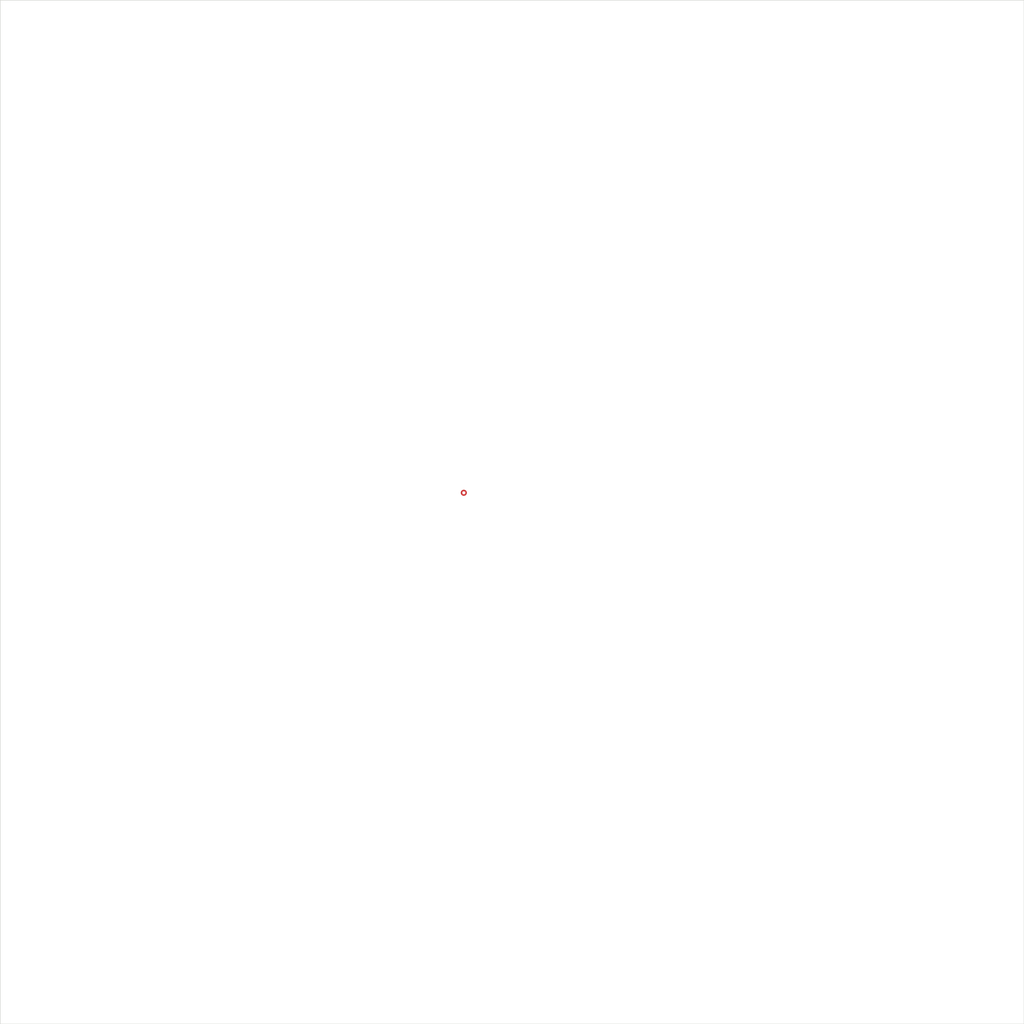
<source format=kicad_pcb>
(kicad_pcb
	(version 20241229)
	(generator "pcbnew")
	(generator_version "9.0")
	(general
		(thickness 1.6)
		(legacy_teardrops no)
	)
	(paper "A4")
	(layers
		(0 "F.Cu" signal)
		(4 "In1.Cu" signal)
		(6 "In2.Cu" signal)
		(2 "B.Cu" signal)
		(9 "F.Adhes" user "F.Adhesive")
		(11 "B.Adhes" user "B.Adhesive")
		(13 "F.Paste" user)
		(15 "B.Paste" user)
		(5 "F.SilkS" user "F.Silkscreen")
		(7 "B.SilkS" user "B.Silkscreen")
		(1 "F.Mask" user)
		(3 "B.Mask" user)
		(17 "Dwgs.User" user "User.Drawings")
		(19 "Cmts.User" user "User.Comments")
		(21 "Eco1.User" user "User.Eco1")
		(23 "Eco2.User" user "User.Eco2")
		(25 "Edge.Cuts" user)
		(27 "Margin" user)
		(31 "F.CrtYd" user "F.Courtyard")
		(29 "B.CrtYd" user "B.Courtyard")
		(35 "F.Fab" user)
		(33 "B.Fab" user)
		(39 "User.1" user)
		(41 "User.2" user)
		(43 "User.3" user)
		(45 "User.4" user)
	)
	(setup
		(stackup
			(layer "F.SilkS"
				(type "Top Silk Screen")
			)
			(layer "F.Paste"
				(type "Top Solder Paste")
			)
			(layer "F.Mask"
				(type "Top Solder Mask")
				(thickness 0.01)
			)
			(layer "F.Cu"
				(type "copper")
				(thickness 0.035)
			)
			(layer "dielectric 1"
				(type "prepreg")
				(thickness 0.1)
				(material "FR4")
				(epsilon_r 4.5)
				(loss_tangent 0.02)
			)
			(layer "In1.Cu"
				(type "copper")
				(thickness 0.035)
			)
			(layer "dielectric 2"
				(type "core")
				(thickness 1.24)
				(material "FR4")
				(epsilon_r 4.5)
				(loss_tangent 0.02)
			)
			(layer "In2.Cu"
				(type "copper")
				(thickness 0.035)
			)
			(layer "dielectric 3"
				(type "prepreg")
				(thickness 0.1)
				(material "FR4")
				(epsilon_r 4.5)
				(loss_tangent 0.02)
			)
			(layer "B.Cu"
				(type "copper")
				(thickness 0.035)
			)
			(layer "B.Mask"
				(type "Bottom Solder Mask")
				(thickness 0.01)
			)
			(layer "B.Paste"
				(type "Bottom Solder Paste")
			)
			(layer "B.SilkS"
				(type "Bottom Silk Screen")
			)
			(copper_finish "None")
			(dielectric_constraints no)
		)
		(pad_to_mask_clearance 0)
		(allow_soldermask_bridges_in_footprints no)
		(tenting front back)
		(pcbplotparams
			(layerselection 0x00000000_00000000_55555555_5755f5ff)
			(plot_on_all_layers_selection 0x00000000_00000000_00000000_00000000)
			(disableapertmacros no)
			(usegerberextensions no)
			(usegerberattributes yes)
			(usegerberadvancedattributes yes)
			(creategerberjobfile yes)
			(dashed_line_dash_ratio 12.000000)
			(dashed_line_gap_ratio 3.000000)
			(svgprecision 4)
			(plotframeref no)
			(mode 1)
			(useauxorigin no)
			(hpglpennumber 1)
			(hpglpenspeed 20)
			(hpglpendiameter 15.000000)
			(pdf_front_fp_property_popups yes)
			(pdf_back_fp_property_popups yes)
			(pdf_metadata yes)
			(pdf_single_document no)
			(dxfpolygonmode yes)
			(dxfimperialunits yes)
			(dxfusepcbnewfont yes)
			(psnegative no)
			(psa4output no)
			(plot_black_and_white yes)
			(plotinvisibletext no)
			(sketchpadsonfab no)
			(plotpadnumbers no)
			(hidednponfab no)
			(sketchdnponfab yes)
			(crossoutdnponfab yes)
			(subtractmaskfromsilk no)
			(outputformat 1)
			(mirror no)
			(drillshape 1)
			(scaleselection 1)
			(outputdirectory "")
		)
	)
	(net 0 "")
	(gr_rect
		(start 50 50)
		(end 150 150)
		(stroke
			(width 0.05)
			(type solid)
		)
		(fill no)
		(layer "Edge.Cuts")
		(uuid "44c37c46-cb21-4706-856e-41d3816d7ecc")
	)
	(via blind
		(at 95.28 98.11)
		(size 0.6)
		(drill 0.3)
		(layers "F.Cu" "In1.Cu")
		(net 0)
		(uuid "1ab8097d-13c2-433d-b20d-88bb21ff4cc5")
	)
	(embedded_fonts no)
)

</source>
